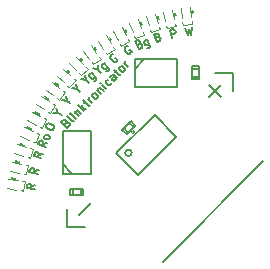
<source format=gto>
G04 (created by PCBNEW (2013-jul-07)-stable) date Tue 08 Dec 2015 07:46:21 AM CST*
%MOIN*%
G04 Gerber Fmt 3.4, Leading zero omitted, Abs format*
%FSLAX34Y34*%
G01*
G70*
G90*
G04 APERTURE LIST*
%ADD10C,0.00590551*%
%ADD11C,0.00787402*%
%ADD12C,0.00511811*%
%ADD13C,0.00393701*%
%ADD14C,0.005*%
%ADD15C,0.0012*%
G04 APERTURE END LIST*
G54D10*
G54D11*
X67716Y-17913D02*
X68307Y-17913D01*
X67716Y-17913D02*
X67716Y-17322D01*
X73228Y-12795D02*
X73228Y-13385D01*
X73228Y-12795D02*
X72637Y-12795D01*
X72440Y-13188D02*
X72834Y-13582D01*
X72834Y-13188D02*
X72440Y-13582D01*
X68110Y-17519D02*
X68503Y-17125D01*
G54D12*
X71633Y-11270D02*
X71734Y-11534D01*
X71760Y-11332D01*
X71838Y-11521D01*
X71867Y-11239D01*
X71213Y-11620D02*
X71153Y-11351D01*
X71256Y-11328D01*
X71284Y-11335D01*
X71300Y-11345D01*
X71318Y-11368D01*
X71327Y-11407D01*
X71320Y-11435D01*
X71310Y-11451D01*
X71287Y-11469D01*
X71185Y-11492D01*
X67007Y-14534D02*
X67031Y-14487D01*
X67055Y-14470D01*
X67091Y-14459D01*
X67143Y-14471D01*
X67225Y-14514D01*
X67265Y-14550D01*
X67276Y-14585D01*
X67276Y-14614D01*
X67252Y-14661D01*
X67228Y-14678D01*
X67193Y-14689D01*
X67140Y-14677D01*
X67058Y-14634D01*
X67018Y-14598D01*
X67007Y-14563D01*
X67007Y-14534D01*
X70737Y-11596D02*
X70778Y-11597D01*
X70795Y-11605D01*
X70815Y-11626D01*
X70827Y-11664D01*
X70822Y-11693D01*
X70814Y-11709D01*
X70793Y-11730D01*
X70693Y-11761D01*
X70610Y-11499D01*
X70697Y-11471D01*
X70726Y-11476D01*
X70743Y-11484D01*
X70763Y-11505D01*
X70771Y-11530D01*
X70766Y-11559D01*
X70758Y-11576D01*
X70737Y-11596D01*
X70649Y-11624D01*
X70126Y-11820D02*
X70168Y-11817D01*
X70185Y-11825D01*
X70207Y-11844D01*
X70222Y-11880D01*
X70220Y-11909D01*
X70213Y-11927D01*
X70194Y-11949D01*
X70097Y-11989D01*
X69991Y-11734D01*
X70076Y-11699D01*
X70105Y-11701D01*
X70122Y-11708D01*
X70145Y-11728D01*
X70155Y-11752D01*
X70152Y-11781D01*
X70145Y-11798D01*
X70126Y-11820D01*
X70041Y-11856D01*
X70390Y-11669D02*
X70475Y-11875D01*
X70473Y-11904D01*
X70466Y-11921D01*
X70447Y-11943D01*
X70411Y-11958D01*
X70381Y-11956D01*
X70455Y-11826D02*
X70436Y-11848D01*
X70388Y-11868D01*
X70358Y-11866D01*
X70341Y-11859D01*
X70319Y-11840D01*
X70289Y-11767D01*
X70291Y-11738D01*
X70298Y-11721D01*
X70317Y-11699D01*
X70366Y-11679D01*
X70395Y-11681D01*
X69738Y-11880D02*
X69709Y-11880D01*
X69674Y-11898D01*
X69645Y-11928D01*
X69634Y-11963D01*
X69634Y-11993D01*
X69647Y-12045D01*
X69665Y-12080D01*
X69701Y-12121D01*
X69725Y-12138D01*
X69760Y-12149D01*
X69801Y-12143D01*
X69824Y-12131D01*
X69853Y-12101D01*
X69859Y-12083D01*
X69816Y-12002D01*
X69770Y-12026D01*
X69251Y-12156D02*
X69222Y-12159D01*
X69189Y-12180D01*
X69162Y-12213D01*
X69154Y-12249D01*
X69157Y-12278D01*
X69175Y-12329D01*
X69196Y-12363D01*
X69235Y-12400D01*
X69260Y-12415D01*
X69296Y-12423D01*
X69337Y-12413D01*
X69359Y-12399D01*
X69385Y-12367D01*
X69389Y-12348D01*
X69340Y-12271D01*
X69295Y-12299D01*
X68747Y-12678D02*
X68827Y-12782D01*
X68586Y-12619D02*
X68747Y-12678D01*
X68732Y-12507D01*
X68954Y-12452D02*
X69090Y-12629D01*
X69096Y-12658D01*
X69093Y-12677D01*
X69081Y-12703D01*
X69049Y-12727D01*
X69020Y-12733D01*
X69058Y-12588D02*
X69045Y-12614D01*
X69004Y-12646D01*
X68975Y-12652D01*
X68957Y-12649D01*
X68930Y-12637D01*
X68882Y-12574D01*
X68877Y-12545D01*
X68879Y-12527D01*
X68892Y-12500D01*
X68934Y-12468D01*
X68962Y-12463D01*
X68339Y-13022D02*
X68428Y-13119D01*
X68174Y-12978D02*
X68339Y-13022D01*
X68309Y-12853D01*
X68526Y-12779D02*
X68677Y-12944D01*
X68685Y-12972D01*
X68684Y-12991D01*
X68674Y-13018D01*
X68645Y-13045D01*
X68616Y-13053D01*
X68641Y-12905D02*
X68631Y-12933D01*
X68592Y-12968D01*
X68564Y-12976D01*
X68546Y-12975D01*
X68518Y-12965D01*
X68465Y-12907D01*
X68457Y-12878D01*
X68458Y-12860D01*
X68468Y-12833D01*
X68507Y-12797D01*
X68535Y-12789D01*
X68056Y-13313D02*
X68153Y-13402D01*
X67887Y-13283D02*
X68056Y-13313D01*
X68011Y-13148D01*
X67720Y-13708D02*
X67824Y-13788D01*
X67550Y-13693D02*
X67720Y-13708D01*
X67662Y-13547D01*
X67424Y-14123D02*
X67535Y-14193D01*
X67253Y-14123D02*
X67424Y-14123D01*
X67351Y-13968D01*
X67056Y-15118D02*
X66900Y-15153D01*
X66996Y-15263D02*
X66741Y-15158D01*
X66781Y-15061D01*
X66803Y-15042D01*
X66821Y-15035D01*
X66850Y-15033D01*
X66886Y-15048D01*
X66905Y-15070D01*
X66913Y-15087D01*
X66915Y-15116D01*
X66874Y-15213D01*
X67116Y-14972D02*
X67094Y-14992D01*
X67077Y-14999D01*
X67048Y-15001D01*
X66975Y-14971D01*
X66956Y-14949D01*
X66949Y-14931D01*
X66947Y-14902D01*
X66962Y-14866D01*
X66984Y-14847D01*
X67001Y-14839D01*
X67030Y-14837D01*
X67103Y-14867D01*
X67122Y-14890D01*
X67129Y-14907D01*
X67131Y-14936D01*
X67116Y-14972D01*
X66903Y-15483D02*
X66750Y-15531D01*
X66856Y-15633D02*
X66593Y-15551D01*
X66625Y-15450D01*
X66645Y-15429D01*
X66661Y-15421D01*
X66690Y-15416D01*
X66728Y-15428D01*
X66749Y-15448D01*
X66758Y-15465D01*
X66762Y-15494D01*
X66731Y-15594D01*
X66761Y-16003D02*
X66613Y-16065D01*
X66727Y-16157D02*
X66458Y-16097D01*
X66480Y-15995D01*
X66499Y-15972D01*
X66514Y-15962D01*
X66543Y-15955D01*
X66581Y-15964D01*
X66604Y-15982D01*
X66614Y-15998D01*
X66621Y-16026D01*
X66599Y-16129D01*
X66657Y-16504D02*
X66515Y-16578D01*
X66636Y-16660D02*
X66363Y-16624D01*
X66377Y-16520D01*
X66393Y-16496D01*
X66408Y-16485D01*
X66435Y-16475D01*
X66475Y-16480D01*
X66499Y-16497D01*
X66510Y-16511D01*
X66520Y-16539D01*
X66506Y-16643D01*
X67673Y-14445D02*
X67710Y-14427D01*
X67728Y-14427D01*
X67756Y-14436D01*
X67784Y-14464D01*
X67793Y-14492D01*
X67793Y-14510D01*
X67784Y-14538D01*
X67710Y-14612D01*
X67515Y-14417D01*
X67580Y-14353D01*
X67608Y-14343D01*
X67626Y-14343D01*
X67654Y-14353D01*
X67673Y-14371D01*
X67682Y-14399D01*
X67682Y-14417D01*
X67673Y-14445D01*
X67608Y-14510D01*
X67932Y-14390D02*
X67905Y-14399D01*
X67877Y-14390D01*
X67710Y-14223D01*
X68007Y-14315D02*
X67877Y-14185D01*
X67812Y-14121D02*
X67812Y-14139D01*
X67830Y-14139D01*
X67830Y-14121D01*
X67812Y-14121D01*
X67830Y-14139D01*
X67970Y-14093D02*
X68100Y-14223D01*
X67988Y-14111D02*
X67988Y-14093D01*
X67997Y-14065D01*
X68025Y-14037D01*
X68053Y-14028D01*
X68081Y-14037D01*
X68183Y-14139D01*
X68276Y-14046D02*
X68081Y-13851D01*
X68220Y-13953D02*
X68350Y-13972D01*
X68220Y-13842D02*
X68220Y-13991D01*
X68276Y-13786D02*
X68350Y-13712D01*
X68239Y-13694D02*
X68406Y-13861D01*
X68434Y-13870D01*
X68461Y-13861D01*
X68480Y-13842D01*
X68545Y-13777D02*
X68415Y-13647D01*
X68452Y-13684D02*
X68443Y-13657D01*
X68443Y-13638D01*
X68452Y-13610D01*
X68471Y-13592D01*
X68693Y-13629D02*
X68666Y-13638D01*
X68647Y-13638D01*
X68619Y-13629D01*
X68563Y-13573D01*
X68554Y-13545D01*
X68554Y-13527D01*
X68563Y-13499D01*
X68591Y-13471D01*
X68619Y-13462D01*
X68638Y-13462D01*
X68666Y-13471D01*
X68721Y-13527D01*
X68731Y-13554D01*
X68731Y-13573D01*
X68721Y-13601D01*
X68693Y-13629D01*
X68712Y-13350D02*
X68842Y-13480D01*
X68731Y-13369D02*
X68731Y-13350D01*
X68740Y-13322D01*
X68768Y-13295D01*
X68795Y-13285D01*
X68823Y-13295D01*
X68925Y-13397D01*
X69018Y-13304D02*
X68888Y-13174D01*
X68823Y-13109D02*
X68823Y-13128D01*
X68842Y-13128D01*
X68842Y-13109D01*
X68823Y-13109D01*
X68842Y-13128D01*
X69185Y-13118D02*
X69176Y-13146D01*
X69139Y-13183D01*
X69111Y-13193D01*
X69092Y-13193D01*
X69065Y-13183D01*
X69009Y-13128D01*
X69000Y-13100D01*
X69000Y-13081D01*
X69009Y-13053D01*
X69046Y-13016D01*
X69074Y-13007D01*
X69362Y-12961D02*
X69259Y-12859D01*
X69232Y-12849D01*
X69204Y-12859D01*
X69167Y-12896D01*
X69157Y-12923D01*
X69352Y-12951D02*
X69343Y-12979D01*
X69297Y-13026D01*
X69269Y-13035D01*
X69241Y-13026D01*
X69222Y-13007D01*
X69213Y-12979D01*
X69222Y-12951D01*
X69269Y-12905D01*
X69278Y-12877D01*
X69297Y-12766D02*
X69371Y-12691D01*
X69259Y-12673D02*
X69426Y-12840D01*
X69454Y-12849D01*
X69482Y-12840D01*
X69501Y-12821D01*
X69594Y-12729D02*
X69566Y-12738D01*
X69547Y-12738D01*
X69519Y-12729D01*
X69464Y-12673D01*
X69454Y-12645D01*
X69454Y-12627D01*
X69464Y-12599D01*
X69491Y-12571D01*
X69519Y-12562D01*
X69538Y-12562D01*
X69566Y-12571D01*
X69621Y-12627D01*
X69631Y-12654D01*
X69631Y-12673D01*
X69621Y-12701D01*
X69594Y-12729D01*
X69742Y-12580D02*
X69612Y-12450D01*
X69649Y-12487D02*
X69640Y-12459D01*
X69640Y-12441D01*
X69649Y-12413D01*
X69668Y-12395D01*
G54D13*
X71880Y-11137D02*
X71870Y-11059D01*
X71568Y-11178D02*
X71558Y-11100D01*
X71849Y-10903D02*
X71808Y-10591D01*
X71496Y-10632D02*
X71537Y-10944D01*
X71880Y-11137D02*
X71568Y-11178D01*
X71341Y-11216D02*
X71324Y-11139D01*
X71033Y-11284D02*
X71016Y-11207D01*
X71290Y-10985D02*
X71222Y-10678D01*
X70914Y-10746D02*
X70982Y-11053D01*
X71341Y-11216D02*
X71033Y-11284D01*
X70800Y-11332D02*
X70776Y-11256D01*
X70499Y-11426D02*
X70476Y-11351D01*
X70729Y-11106D02*
X70634Y-10806D01*
X70333Y-10901D02*
X70428Y-11201D01*
X70800Y-11332D02*
X70499Y-11426D01*
X70276Y-11504D02*
X70246Y-11431D01*
X69985Y-11624D02*
X69955Y-11552D01*
X70186Y-11286D02*
X70065Y-10995D01*
X69774Y-11115D02*
X69895Y-11406D01*
X70276Y-11504D02*
X69985Y-11624D01*
X69789Y-11733D02*
X69753Y-11663D01*
X69510Y-11878D02*
X69474Y-11808D01*
X69680Y-11523D02*
X69535Y-11244D01*
X69256Y-11389D02*
X69401Y-11669D01*
X69789Y-11733D02*
X69510Y-11878D01*
X69301Y-11999D02*
X69258Y-11932D01*
X69035Y-12168D02*
X68993Y-12102D01*
X69174Y-11800D02*
X69004Y-11534D01*
X68739Y-11703D02*
X68908Y-11969D01*
X69301Y-11999D02*
X69035Y-12168D01*
X68829Y-12303D02*
X68781Y-12240D01*
X68579Y-12494D02*
X68531Y-12432D01*
X68685Y-12115D02*
X68493Y-11865D01*
X68243Y-12057D02*
X68435Y-12307D01*
X68829Y-12303D02*
X68579Y-12494D01*
X68393Y-12644D02*
X68340Y-12586D01*
X68161Y-12857D02*
X68108Y-12799D01*
X68234Y-12470D02*
X68021Y-12238D01*
X67789Y-12450D02*
X68002Y-12683D01*
X68393Y-12644D02*
X68161Y-12857D01*
X67995Y-13023D02*
X67937Y-12970D01*
X67782Y-13256D02*
X67724Y-13202D01*
X67820Y-12864D02*
X67588Y-12651D01*
X67375Y-12883D02*
X67608Y-13096D01*
X67995Y-13023D02*
X67782Y-13256D01*
X67632Y-13421D02*
X67570Y-13373D01*
X67440Y-13671D02*
X67378Y-13623D01*
X67445Y-13278D02*
X67195Y-13086D01*
X67003Y-13336D02*
X67253Y-13527D01*
X67632Y-13421D02*
X67440Y-13671D01*
X67306Y-13858D02*
X67240Y-13815D01*
X67137Y-14123D02*
X67070Y-14081D01*
X67107Y-13731D02*
X66841Y-13562D01*
X66672Y-13827D02*
X66937Y-13996D01*
X67306Y-13858D02*
X67137Y-14123D01*
X67016Y-14333D02*
X66946Y-14297D01*
X66870Y-14612D02*
X66801Y-14576D01*
X66806Y-14224D02*
X66527Y-14078D01*
X66382Y-14358D02*
X66661Y-14503D01*
X67016Y-14333D02*
X66870Y-14612D01*
X66782Y-14808D02*
X66709Y-14778D01*
X66661Y-15099D02*
X66588Y-15069D01*
X66564Y-14717D02*
X66273Y-14597D01*
X66152Y-14888D02*
X66443Y-15008D01*
X66782Y-14808D02*
X66661Y-15099D01*
X66564Y-15322D02*
X66489Y-15298D01*
X66469Y-15622D02*
X66394Y-15599D01*
X66339Y-15251D02*
X66038Y-15156D01*
X65944Y-15457D02*
X66244Y-15551D01*
X66564Y-15322D02*
X66469Y-15622D01*
X66422Y-15856D02*
X66345Y-15839D01*
X66354Y-16164D02*
X66277Y-16147D01*
X66191Y-15805D02*
X65884Y-15737D01*
X65816Y-16044D02*
X66123Y-16113D01*
X66422Y-15856D02*
X66354Y-16164D01*
X66296Y-16391D02*
X66218Y-16381D01*
X66255Y-16703D02*
X66177Y-16693D01*
X66062Y-16360D02*
X65750Y-16319D01*
X65709Y-16631D02*
X66021Y-16672D01*
X66296Y-16391D02*
X66255Y-16703D01*
G54D14*
X67901Y-16861D02*
X67901Y-16641D01*
X68161Y-16861D02*
X68161Y-16641D01*
X68241Y-16861D02*
X68241Y-16641D01*
X68241Y-16641D02*
X67821Y-16641D01*
X67821Y-16641D02*
X67821Y-16861D01*
X67821Y-16861D02*
X68241Y-16861D01*
X71878Y-12645D02*
X72098Y-12645D01*
X71878Y-12905D02*
X72098Y-12905D01*
X71878Y-12985D02*
X72098Y-12985D01*
X72098Y-12985D02*
X72098Y-12565D01*
X72098Y-12565D02*
X71878Y-12565D01*
X71878Y-12565D02*
X71878Y-12985D01*
X69749Y-14776D02*
X69594Y-14620D01*
X69933Y-14592D02*
X69777Y-14436D01*
X69990Y-14535D02*
X69834Y-14380D01*
X69834Y-14380D02*
X69537Y-14677D01*
X69537Y-14677D02*
X69693Y-14832D01*
X69693Y-14832D02*
X69990Y-14535D01*
G54D10*
X67874Y-16141D02*
X67559Y-15826D01*
X67559Y-16141D02*
X68503Y-16141D01*
X68503Y-16141D02*
X68503Y-14724D01*
X68503Y-14724D02*
X67559Y-14724D01*
X67559Y-14724D02*
X67559Y-16141D01*
X69960Y-12637D02*
X70275Y-12322D01*
X69960Y-12322D02*
X69960Y-13267D01*
X69960Y-13267D02*
X71377Y-13267D01*
X71377Y-13267D02*
X71377Y-12322D01*
X71377Y-12322D02*
X69960Y-12322D01*
X71348Y-14910D02*
X70625Y-14187D01*
X70625Y-14187D02*
X69344Y-15467D01*
X69344Y-15467D02*
X70068Y-16191D01*
X71348Y-14910D02*
X70068Y-16191D01*
G54D14*
X69865Y-15445D02*
G75*
G03X69865Y-15445I-111J0D01*
G74*
G01*
G54D10*
X74233Y-15734D02*
X70892Y-19075D01*
G54D15*
X71831Y-10702D02*
X71891Y-10694D01*
X71893Y-10708D01*
X71891Y-10717D01*
X71886Y-10723D01*
X71881Y-10727D01*
X71870Y-10731D01*
X71861Y-10732D01*
X71850Y-10731D01*
X71843Y-10729D01*
X71837Y-10724D01*
X71833Y-10716D01*
X71831Y-10702D01*
X71843Y-10792D02*
X71839Y-10758D01*
X71841Y-10775D02*
X71900Y-10767D01*
X71891Y-10763D01*
X71885Y-10758D01*
X71881Y-10753D01*
X71254Y-10787D02*
X71313Y-10774D01*
X71316Y-10787D01*
X71315Y-10796D01*
X71310Y-10803D01*
X71305Y-10807D01*
X71295Y-10813D01*
X71287Y-10814D01*
X71275Y-10814D01*
X71269Y-10813D01*
X71262Y-10808D01*
X71257Y-10800D01*
X71254Y-10787D01*
X71319Y-10831D02*
X71323Y-10833D01*
X71327Y-10838D01*
X71330Y-10852D01*
X71328Y-10858D01*
X71326Y-10861D01*
X71321Y-10865D01*
X71316Y-10867D01*
X71307Y-10866D01*
X71266Y-10840D01*
X71274Y-10876D01*
X70676Y-10911D02*
X70733Y-10893D01*
X70737Y-10907D01*
X70737Y-10916D01*
X70733Y-10923D01*
X70729Y-10928D01*
X70719Y-10934D01*
X70711Y-10936D01*
X70699Y-10937D01*
X70692Y-10936D01*
X70685Y-10932D01*
X70680Y-10925D01*
X70676Y-10911D01*
X70749Y-10945D02*
X70760Y-10981D01*
X70733Y-10968D01*
X70735Y-10976D01*
X70734Y-10983D01*
X70732Y-10986D01*
X70728Y-10991D01*
X70714Y-10995D01*
X70708Y-10994D01*
X70704Y-10992D01*
X70700Y-10988D01*
X70695Y-10971D01*
X70696Y-10965D01*
X70697Y-10961D01*
X70116Y-11096D02*
X70171Y-11073D01*
X70177Y-11086D01*
X70178Y-11095D01*
X70174Y-11103D01*
X70170Y-11107D01*
X70161Y-11115D01*
X70153Y-11118D01*
X70141Y-11120D01*
X70135Y-11119D01*
X70127Y-11116D01*
X70121Y-11109D01*
X70116Y-11096D01*
X70186Y-11160D02*
X70149Y-11175D01*
X70201Y-11138D02*
X70156Y-11141D01*
X70171Y-11175D01*
X69595Y-11340D02*
X69648Y-11313D01*
X69654Y-11325D01*
X69656Y-11334D01*
X69653Y-11342D01*
X69650Y-11347D01*
X69641Y-11355D01*
X69633Y-11359D01*
X69622Y-11362D01*
X69615Y-11362D01*
X69608Y-11359D01*
X69601Y-11353D01*
X69595Y-11340D01*
X69689Y-11391D02*
X69675Y-11366D01*
X69649Y-11377D01*
X69653Y-11378D01*
X69658Y-11382D01*
X69664Y-11394D01*
X69665Y-11401D01*
X69663Y-11404D01*
X69660Y-11410D01*
X69647Y-11416D01*
X69641Y-11416D01*
X69637Y-11415D01*
X69631Y-11411D01*
X69625Y-11399D01*
X69625Y-11392D01*
X69626Y-11388D01*
X69072Y-11625D02*
X69123Y-11593D01*
X69130Y-11605D01*
X69133Y-11614D01*
X69131Y-11622D01*
X69128Y-11627D01*
X69119Y-11636D01*
X69112Y-11640D01*
X69101Y-11644D01*
X69095Y-11645D01*
X69087Y-11643D01*
X69080Y-11637D01*
X69072Y-11625D01*
X69169Y-11665D02*
X69163Y-11655D01*
X69157Y-11652D01*
X69153Y-11651D01*
X69143Y-11651D01*
X69132Y-11655D01*
X69113Y-11667D01*
X69109Y-11673D01*
X69108Y-11677D01*
X69109Y-11683D01*
X69115Y-11693D01*
X69121Y-11696D01*
X69125Y-11697D01*
X69131Y-11696D01*
X69143Y-11688D01*
X69146Y-11683D01*
X69147Y-11679D01*
X69146Y-11673D01*
X69140Y-11663D01*
X69135Y-11660D01*
X69131Y-11659D01*
X69125Y-11659D01*
X68569Y-11950D02*
X68616Y-11914D01*
X68625Y-11925D01*
X68628Y-11933D01*
X68627Y-11941D01*
X68624Y-11947D01*
X68617Y-11956D01*
X68610Y-11962D01*
X68599Y-11966D01*
X68593Y-11968D01*
X68585Y-11966D01*
X68577Y-11961D01*
X68569Y-11950D01*
X68649Y-11957D02*
X68674Y-11988D01*
X68610Y-12005D01*
X68104Y-12316D02*
X68148Y-12275D01*
X68157Y-12286D01*
X68161Y-12294D01*
X68161Y-12302D01*
X68159Y-12308D01*
X68152Y-12318D01*
X68146Y-12323D01*
X68135Y-12329D01*
X68129Y-12331D01*
X68121Y-12330D01*
X68113Y-12326D01*
X68104Y-12316D01*
X68175Y-12343D02*
X68173Y-12337D01*
X68174Y-12333D01*
X68176Y-12327D01*
X68178Y-12325D01*
X68184Y-12323D01*
X68188Y-12323D01*
X68194Y-12326D01*
X68202Y-12334D01*
X68204Y-12340D01*
X68203Y-12344D01*
X68201Y-12350D01*
X68199Y-12352D01*
X68193Y-12354D01*
X68189Y-12354D01*
X68183Y-12351D01*
X68175Y-12343D01*
X68169Y-12341D01*
X68165Y-12340D01*
X68159Y-12342D01*
X68151Y-12350D01*
X68148Y-12356D01*
X68148Y-12360D01*
X68150Y-12366D01*
X68158Y-12375D01*
X68164Y-12377D01*
X68168Y-12377D01*
X68174Y-12375D01*
X68182Y-12367D01*
X68184Y-12362D01*
X68185Y-12357D01*
X68183Y-12351D01*
X67677Y-12721D02*
X67718Y-12677D01*
X67728Y-12687D01*
X67733Y-12695D01*
X67733Y-12703D01*
X67731Y-12709D01*
X67726Y-12719D01*
X67720Y-12726D01*
X67710Y-12732D01*
X67704Y-12734D01*
X67696Y-12735D01*
X67688Y-12731D01*
X67677Y-12721D01*
X67724Y-12764D02*
X67732Y-12772D01*
X67738Y-12773D01*
X67742Y-12773D01*
X67752Y-12771D01*
X67762Y-12764D01*
X67777Y-12747D01*
X67779Y-12741D01*
X67779Y-12737D01*
X67777Y-12731D01*
X67768Y-12724D01*
X67762Y-12722D01*
X67758Y-12722D01*
X67752Y-12724D01*
X67743Y-12735D01*
X67741Y-12741D01*
X67741Y-12745D01*
X67743Y-12751D01*
X67752Y-12759D01*
X67758Y-12760D01*
X67762Y-12760D01*
X67768Y-12758D01*
X67267Y-13131D02*
X67304Y-13083D01*
X67315Y-13092D01*
X67320Y-13099D01*
X67321Y-13107D01*
X67320Y-13114D01*
X67315Y-13124D01*
X67310Y-13131D01*
X67301Y-13139D01*
X67295Y-13141D01*
X67287Y-13142D01*
X67278Y-13139D01*
X67267Y-13131D01*
X67340Y-13186D02*
X67312Y-13166D01*
X67326Y-13176D02*
X67362Y-13128D01*
X67353Y-13132D01*
X67345Y-13133D01*
X67338Y-13132D01*
X67406Y-13161D02*
X67410Y-13165D01*
X67413Y-13171D01*
X67413Y-13175D01*
X67412Y-13181D01*
X67407Y-13192D01*
X67399Y-13203D01*
X67390Y-13210D01*
X67384Y-13213D01*
X67380Y-13214D01*
X67374Y-13213D01*
X67369Y-13209D01*
X67366Y-13203D01*
X67366Y-13199D01*
X67367Y-13193D01*
X67372Y-13182D01*
X67380Y-13171D01*
X67389Y-13164D01*
X67395Y-13161D01*
X67399Y-13160D01*
X67406Y-13161D01*
X66917Y-13600D02*
X66949Y-13550D01*
X66961Y-13557D01*
X66967Y-13564D01*
X66969Y-13572D01*
X66968Y-13578D01*
X66964Y-13590D01*
X66960Y-13597D01*
X66951Y-13605D01*
X66946Y-13608D01*
X66938Y-13610D01*
X66929Y-13608D01*
X66917Y-13600D01*
X66994Y-13649D02*
X66965Y-13631D01*
X66980Y-13640D02*
X67012Y-13589D01*
X67002Y-13594D01*
X66994Y-13595D01*
X66988Y-13595D01*
X67042Y-13680D02*
X67013Y-13662D01*
X67028Y-13671D02*
X67060Y-13620D01*
X67051Y-13624D01*
X67043Y-13626D01*
X67036Y-13625D01*
X66606Y-14110D02*
X66634Y-14057D01*
X66646Y-14064D01*
X66653Y-14070D01*
X66655Y-14078D01*
X66655Y-14084D01*
X66652Y-14096D01*
X66648Y-14103D01*
X66640Y-14112D01*
X66635Y-14116D01*
X66627Y-14118D01*
X66619Y-14117D01*
X66606Y-14110D01*
X66687Y-14152D02*
X66657Y-14137D01*
X66672Y-14145D02*
X66699Y-14091D01*
X66690Y-14096D01*
X66683Y-14099D01*
X66676Y-14099D01*
X66732Y-14115D02*
X66736Y-14114D01*
X66743Y-14114D01*
X66755Y-14120D01*
X66759Y-14125D01*
X66760Y-14129D01*
X66760Y-14136D01*
X66757Y-14141D01*
X66751Y-14147D01*
X66705Y-14162D01*
X66738Y-14179D01*
X66354Y-14622D02*
X66377Y-14566D01*
X66390Y-14572D01*
X66397Y-14578D01*
X66400Y-14585D01*
X66400Y-14591D01*
X66399Y-14603D01*
X66395Y-14611D01*
X66388Y-14620D01*
X66384Y-14625D01*
X66376Y-14628D01*
X66367Y-14627D01*
X66354Y-14622D01*
X66438Y-14657D02*
X66407Y-14644D01*
X66423Y-14650D02*
X66445Y-14595D01*
X66437Y-14600D01*
X66429Y-14603D01*
X66423Y-14604D01*
X66480Y-14609D02*
X66514Y-14623D01*
X66487Y-14637D01*
X66495Y-14640D01*
X66499Y-14645D01*
X66501Y-14648D01*
X66501Y-14655D01*
X66496Y-14668D01*
X66491Y-14672D01*
X66487Y-14674D01*
X66481Y-14674D01*
X66465Y-14668D01*
X66461Y-14663D01*
X66459Y-14659D01*
X66122Y-15174D02*
X66140Y-15117D01*
X66153Y-15121D01*
X66161Y-15126D01*
X66164Y-15133D01*
X66165Y-15140D01*
X66165Y-15151D01*
X66162Y-15160D01*
X66156Y-15170D01*
X66151Y-15174D01*
X66144Y-15178D01*
X66135Y-15178D01*
X66122Y-15174D01*
X66209Y-15201D02*
X66176Y-15191D01*
X66192Y-15196D02*
X66210Y-15139D01*
X66202Y-15145D01*
X66195Y-15149D01*
X66189Y-15150D01*
X66270Y-15179D02*
X66258Y-15217D01*
X66263Y-15153D02*
X66237Y-15189D01*
X66272Y-15200D01*
X65968Y-15747D02*
X65981Y-15689D01*
X65995Y-15692D01*
X66003Y-15696D01*
X66007Y-15703D01*
X66009Y-15709D01*
X66009Y-15721D01*
X66007Y-15729D01*
X66002Y-15740D01*
X65998Y-15745D01*
X65991Y-15749D01*
X65982Y-15750D01*
X65968Y-15747D01*
X66057Y-15767D02*
X66024Y-15760D01*
X66041Y-15763D02*
X66054Y-15705D01*
X66046Y-15712D01*
X66039Y-15716D01*
X66033Y-15718D01*
X66123Y-15720D02*
X66096Y-15714D01*
X66087Y-15741D01*
X66090Y-15739D01*
X66096Y-15737D01*
X66110Y-15741D01*
X66115Y-15745D01*
X66117Y-15748D01*
X66119Y-15754D01*
X66116Y-15768D01*
X66112Y-15773D01*
X66108Y-15775D01*
X66102Y-15777D01*
X66088Y-15774D01*
X66083Y-15770D01*
X66081Y-15766D01*
X65835Y-16322D02*
X65843Y-16262D01*
X65857Y-16264D01*
X65865Y-16268D01*
X65870Y-16274D01*
X65872Y-16281D01*
X65873Y-16292D01*
X65872Y-16301D01*
X65868Y-16312D01*
X65864Y-16317D01*
X65858Y-16322D01*
X65849Y-16324D01*
X65835Y-16322D01*
X65925Y-16334D02*
X65891Y-16329D01*
X65908Y-16331D02*
X65916Y-16272D01*
X65909Y-16280D01*
X65903Y-16285D01*
X65897Y-16287D01*
X65984Y-16281D02*
X65973Y-16279D01*
X65967Y-16282D01*
X65964Y-16284D01*
X65957Y-16292D01*
X65953Y-16303D01*
X65950Y-16325D01*
X65952Y-16331D01*
X65954Y-16335D01*
X65959Y-16338D01*
X65971Y-16340D01*
X65977Y-16338D01*
X65980Y-16335D01*
X65984Y-16330D01*
X65985Y-16316D01*
X65983Y-16310D01*
X65981Y-16306D01*
X65976Y-16303D01*
X65964Y-16301D01*
X65958Y-16303D01*
X65955Y-16306D01*
X65951Y-16311D01*
X69904Y-14760D02*
X69904Y-14764D01*
X69900Y-14772D01*
X69896Y-14777D01*
X69888Y-14781D01*
X69879Y-14781D01*
X69873Y-14779D01*
X69863Y-14772D01*
X69857Y-14766D01*
X69851Y-14756D01*
X69849Y-14750D01*
X69849Y-14742D01*
X69853Y-14734D01*
X69857Y-14730D01*
X69865Y-14726D01*
X69869Y-14726D01*
X69879Y-14708D02*
X69906Y-14682D01*
X69908Y-14712D01*
X69914Y-14706D01*
X69920Y-14704D01*
X69924Y-14704D01*
X69930Y-14706D01*
X69940Y-14716D01*
X69942Y-14722D01*
X69942Y-14726D01*
X69940Y-14732D01*
X69928Y-14744D01*
X69922Y-14746D01*
X69918Y-14746D01*
M02*

</source>
